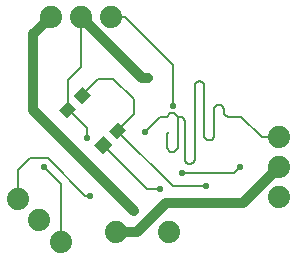
<source format=gbr>
G04 EAGLE Gerber RS-274X export*
G75*
%MOMM*%
%FSLAX34Y34*%
%LPD*%
%INBottom Copper*%
%IPPOS*%
%AMOC8*
5,1,8,0,0,1.08239X$1,22.5*%
G01*
G04 Define Apertures*
%ADD10C,1.879600*%
%ADD11R,1.100000X1.000000*%
%ADD12C,0.200000*%
%ADD13C,0.550000*%
%ADD14C,0.812800*%
%ADD15C,0.800000*%
D10*
X145000Y25000D03*
X100000Y25000D03*
X44600Y207500D03*
X70000Y207500D03*
X95400Y207500D03*
X237500Y105400D03*
X237500Y80000D03*
X237500Y54600D03*
X52961Y17039D03*
X35000Y35000D03*
X17039Y52961D03*
D11*
G36*
X66414Y129343D02*
X58637Y121566D01*
X51566Y128637D01*
X59343Y136414D01*
X66414Y129343D01*
G37*
G36*
X78434Y141363D02*
X70657Y133586D01*
X63586Y140657D01*
X71363Y148434D01*
X78434Y141363D01*
G37*
G36*
X96414Y99343D02*
X88637Y91566D01*
X81566Y98637D01*
X89343Y106414D01*
X96414Y99343D01*
G37*
G36*
X108434Y111363D02*
X100657Y103586D01*
X93586Y110657D01*
X101363Y118434D01*
X108434Y111363D01*
G37*
D12*
X88990Y98990D02*
X125979Y62000D01*
X137000Y62000D01*
D13*
X137000Y62000D03*
D12*
X75000Y112979D02*
X58990Y128990D01*
X75000Y112979D02*
X75000Y105000D01*
D13*
X75000Y105000D03*
D14*
X121500Y156000D02*
X70000Y207500D01*
X121500Y156000D02*
X127000Y156000D01*
D15*
X127000Y156000D03*
D12*
X70000Y165000D02*
X70000Y207500D01*
X70000Y165000D02*
X58990Y153990D01*
X58990Y128990D01*
D14*
X207500Y50000D02*
X237500Y80000D01*
X207500Y50000D02*
X142500Y50000D01*
X117500Y25000D01*
X100000Y25000D01*
X29600Y192500D02*
X44600Y207500D01*
X29600Y192500D02*
X29600Y128400D01*
X115000Y43000D01*
D15*
X115000Y43000D03*
D13*
X78000Y56000D03*
D12*
X74000Y56000D01*
X42456Y87544D01*
X27118Y87544D01*
X17039Y77466D01*
X17039Y52961D01*
D13*
X205000Y80000D03*
X156000Y75000D03*
D12*
X200000Y75000D01*
X205000Y80000D01*
X115000Y125000D02*
X101010Y111010D01*
D13*
X176000Y64000D03*
D12*
X148021Y64000D01*
X101010Y111010D01*
X115000Y125000D02*
X115000Y137500D01*
X97500Y155000D01*
X85000Y155000D01*
X71010Y141010D01*
D13*
X124000Y110000D03*
D12*
X137000Y123000D01*
X143000Y123000D01*
X143000Y96000D02*
X146000Y93000D01*
X149000Y93000D01*
X152000Y96000D01*
X152000Y123000D01*
X146000Y126000D02*
X143000Y123000D01*
X146000Y126000D02*
X149000Y126000D01*
X152000Y123000D01*
X223600Y105400D02*
X237500Y105400D01*
X154000Y123000D02*
X152000Y123000D01*
X154000Y123000D02*
X154127Y122998D01*
X154254Y122992D01*
X154381Y122982D01*
X154507Y122969D01*
X154633Y122951D01*
X154758Y122930D01*
X154882Y122904D01*
X155006Y122875D01*
X155129Y122843D01*
X155251Y122806D01*
X155371Y122766D01*
X155490Y122721D01*
X155608Y122674D01*
X155724Y122622D01*
X155839Y122568D01*
X155952Y122509D01*
X156063Y122447D01*
X156172Y122382D01*
X156279Y122314D01*
X156383Y122242D01*
X156486Y122167D01*
X156586Y122089D01*
X156684Y122008D01*
X156779Y121923D01*
X156872Y121836D01*
X156961Y121747D01*
X157048Y121654D01*
X157133Y121559D01*
X157214Y121461D01*
X157292Y121361D01*
X157367Y121258D01*
X157439Y121154D01*
X157507Y121047D01*
X157572Y120938D01*
X157634Y120827D01*
X157693Y120714D01*
X157747Y120599D01*
X157799Y120483D01*
X157846Y120365D01*
X157891Y120246D01*
X157931Y120126D01*
X157968Y120004D01*
X158000Y119881D01*
X158029Y119757D01*
X158055Y119633D01*
X158076Y119508D01*
X158094Y119382D01*
X158107Y119256D01*
X158117Y119129D01*
X158123Y119002D01*
X158125Y118875D01*
X158125Y87125D01*
X158127Y86998D01*
X158133Y86871D01*
X158143Y86744D01*
X158156Y86618D01*
X158174Y86492D01*
X158195Y86367D01*
X158221Y86243D01*
X158250Y86119D01*
X158282Y85996D01*
X158319Y85874D01*
X158359Y85754D01*
X158404Y85635D01*
X158451Y85517D01*
X158503Y85401D01*
X158557Y85286D01*
X158616Y85173D01*
X158678Y85063D01*
X158743Y84953D01*
X158811Y84846D01*
X158883Y84742D01*
X158958Y84639D01*
X159036Y84539D01*
X159117Y84441D01*
X159202Y84346D01*
X159289Y84253D01*
X159378Y84164D01*
X159471Y84077D01*
X159566Y83992D01*
X159664Y83911D01*
X159764Y83833D01*
X159867Y83758D01*
X159971Y83686D01*
X160078Y83618D01*
X160188Y83553D01*
X160298Y83491D01*
X160411Y83432D01*
X160526Y83378D01*
X160642Y83326D01*
X160760Y83279D01*
X160879Y83234D01*
X160999Y83194D01*
X161121Y83157D01*
X161244Y83125D01*
X161368Y83096D01*
X161492Y83070D01*
X161617Y83049D01*
X161743Y83031D01*
X161869Y83018D01*
X161996Y83008D01*
X162123Y83002D01*
X162250Y83000D01*
X162377Y83002D01*
X162504Y83008D01*
X162631Y83018D01*
X162757Y83031D01*
X162883Y83049D01*
X163008Y83070D01*
X163132Y83096D01*
X163256Y83125D01*
X163379Y83157D01*
X163501Y83194D01*
X163621Y83234D01*
X163740Y83279D01*
X163858Y83326D01*
X163974Y83378D01*
X164089Y83432D01*
X164202Y83491D01*
X164313Y83553D01*
X164422Y83618D01*
X164529Y83686D01*
X164633Y83758D01*
X164736Y83833D01*
X164836Y83911D01*
X164934Y83992D01*
X165029Y84077D01*
X165122Y84164D01*
X165211Y84253D01*
X165298Y84346D01*
X165383Y84441D01*
X165464Y84539D01*
X165542Y84639D01*
X165617Y84742D01*
X165689Y84846D01*
X165757Y84953D01*
X165822Y85062D01*
X165884Y85173D01*
X165943Y85286D01*
X165997Y85401D01*
X166049Y85517D01*
X166096Y85635D01*
X166141Y85754D01*
X166181Y85874D01*
X166218Y85996D01*
X166250Y86119D01*
X166279Y86243D01*
X166305Y86367D01*
X166326Y86492D01*
X166344Y86618D01*
X166357Y86744D01*
X166367Y86871D01*
X166373Y86998D01*
X166375Y87125D01*
X166375Y148875D01*
X166377Y149002D01*
X166383Y149129D01*
X166393Y149256D01*
X166406Y149382D01*
X166424Y149508D01*
X166445Y149633D01*
X166471Y149757D01*
X166500Y149881D01*
X166532Y150004D01*
X166569Y150126D01*
X166609Y150246D01*
X166654Y150365D01*
X166701Y150483D01*
X166753Y150599D01*
X166807Y150714D01*
X166866Y150827D01*
X166928Y150938D01*
X166993Y151047D01*
X167061Y151154D01*
X167133Y151258D01*
X167208Y151361D01*
X167286Y151461D01*
X167367Y151559D01*
X167452Y151654D01*
X167539Y151747D01*
X167628Y151836D01*
X167721Y151923D01*
X167816Y152008D01*
X167914Y152089D01*
X168014Y152167D01*
X168117Y152242D01*
X168221Y152314D01*
X168328Y152382D01*
X168438Y152447D01*
X168548Y152509D01*
X168661Y152568D01*
X168776Y152622D01*
X168892Y152674D01*
X169010Y152721D01*
X169129Y152766D01*
X169249Y152806D01*
X169371Y152843D01*
X169494Y152875D01*
X169618Y152904D01*
X169742Y152930D01*
X169867Y152951D01*
X169993Y152969D01*
X170119Y152982D01*
X170246Y152992D01*
X170373Y152998D01*
X170500Y153000D01*
X170627Y152998D01*
X170754Y152992D01*
X170881Y152982D01*
X171007Y152969D01*
X171133Y152951D01*
X171258Y152930D01*
X171382Y152904D01*
X171506Y152875D01*
X171629Y152843D01*
X171751Y152806D01*
X171871Y152766D01*
X171990Y152721D01*
X172108Y152674D01*
X172224Y152622D01*
X172339Y152568D01*
X172452Y152509D01*
X172563Y152447D01*
X172672Y152382D01*
X172779Y152314D01*
X172883Y152242D01*
X172986Y152167D01*
X173086Y152089D01*
X173184Y152008D01*
X173279Y151923D01*
X173372Y151836D01*
X173461Y151747D01*
X173548Y151654D01*
X173633Y151559D01*
X173714Y151461D01*
X173792Y151361D01*
X173867Y151258D01*
X173939Y151154D01*
X174007Y151047D01*
X174072Y150938D01*
X174134Y150827D01*
X174193Y150714D01*
X174247Y150599D01*
X174299Y150483D01*
X174346Y150365D01*
X174391Y150246D01*
X174431Y150126D01*
X174468Y150004D01*
X174500Y149881D01*
X174529Y149757D01*
X174555Y149633D01*
X174576Y149508D01*
X174594Y149382D01*
X174607Y149256D01*
X174617Y149129D01*
X174623Y149002D01*
X174625Y148875D01*
X174625Y107125D01*
X174627Y106998D01*
X174633Y106871D01*
X174643Y106744D01*
X174656Y106618D01*
X174674Y106492D01*
X174695Y106367D01*
X174721Y106243D01*
X174750Y106119D01*
X174782Y105996D01*
X174819Y105874D01*
X174859Y105754D01*
X174904Y105635D01*
X174951Y105517D01*
X175003Y105401D01*
X175057Y105286D01*
X175116Y105173D01*
X175178Y105063D01*
X175243Y104953D01*
X175311Y104846D01*
X175383Y104742D01*
X175458Y104639D01*
X175536Y104539D01*
X175617Y104441D01*
X175702Y104346D01*
X175789Y104253D01*
X175878Y104164D01*
X175971Y104077D01*
X176066Y103992D01*
X176164Y103911D01*
X176264Y103833D01*
X176367Y103758D01*
X176471Y103686D01*
X176578Y103618D01*
X176688Y103553D01*
X176798Y103491D01*
X176911Y103432D01*
X177026Y103378D01*
X177142Y103326D01*
X177260Y103279D01*
X177379Y103234D01*
X177499Y103194D01*
X177621Y103157D01*
X177744Y103125D01*
X177868Y103096D01*
X177992Y103070D01*
X178117Y103049D01*
X178243Y103031D01*
X178369Y103018D01*
X178496Y103008D01*
X178623Y103002D01*
X178750Y103000D01*
X178877Y103002D01*
X179004Y103008D01*
X179131Y103018D01*
X179257Y103031D01*
X179383Y103049D01*
X179508Y103070D01*
X179632Y103096D01*
X179756Y103125D01*
X179879Y103157D01*
X180001Y103194D01*
X180121Y103234D01*
X180240Y103279D01*
X180358Y103326D01*
X180474Y103378D01*
X180589Y103432D01*
X180702Y103491D01*
X180813Y103553D01*
X180922Y103618D01*
X181029Y103686D01*
X181133Y103758D01*
X181236Y103833D01*
X181336Y103911D01*
X181434Y103992D01*
X181529Y104077D01*
X181622Y104164D01*
X181711Y104253D01*
X181798Y104346D01*
X181883Y104441D01*
X181964Y104539D01*
X182042Y104639D01*
X182117Y104742D01*
X182189Y104846D01*
X182257Y104953D01*
X182322Y105062D01*
X182384Y105173D01*
X182443Y105286D01*
X182497Y105401D01*
X182549Y105517D01*
X182596Y105635D01*
X182641Y105754D01*
X182681Y105874D01*
X182718Y105996D01*
X182750Y106119D01*
X182779Y106243D01*
X182805Y106367D01*
X182826Y106492D01*
X182844Y106618D01*
X182857Y106744D01*
X182867Y106871D01*
X182873Y106998D01*
X182875Y107125D01*
X182875Y128875D01*
X182877Y129002D01*
X182883Y129129D01*
X182893Y129256D01*
X182906Y129382D01*
X182924Y129508D01*
X182945Y129633D01*
X182971Y129757D01*
X183000Y129881D01*
X183032Y130004D01*
X183069Y130126D01*
X183109Y130246D01*
X183154Y130365D01*
X183201Y130483D01*
X183253Y130599D01*
X183307Y130714D01*
X183366Y130827D01*
X183428Y130938D01*
X183493Y131047D01*
X183561Y131154D01*
X183633Y131258D01*
X183708Y131361D01*
X183786Y131461D01*
X183867Y131559D01*
X183952Y131654D01*
X184039Y131747D01*
X184128Y131836D01*
X184221Y131923D01*
X184316Y132008D01*
X184414Y132089D01*
X184514Y132167D01*
X184617Y132242D01*
X184721Y132314D01*
X184828Y132382D01*
X184938Y132447D01*
X185048Y132509D01*
X185161Y132568D01*
X185276Y132622D01*
X185392Y132674D01*
X185510Y132721D01*
X185629Y132766D01*
X185749Y132806D01*
X185871Y132843D01*
X185994Y132875D01*
X186118Y132904D01*
X186242Y132930D01*
X186367Y132951D01*
X186493Y132969D01*
X186619Y132982D01*
X186746Y132992D01*
X186873Y132998D01*
X187000Y133000D01*
X187127Y132998D01*
X187254Y132992D01*
X187381Y132982D01*
X187507Y132969D01*
X187633Y132951D01*
X187758Y132930D01*
X187882Y132904D01*
X188006Y132875D01*
X188129Y132843D01*
X188251Y132806D01*
X188371Y132766D01*
X188490Y132721D01*
X188608Y132674D01*
X188724Y132622D01*
X188839Y132568D01*
X188952Y132509D01*
X189063Y132447D01*
X189172Y132382D01*
X189279Y132314D01*
X189383Y132242D01*
X189486Y132167D01*
X189586Y132089D01*
X189684Y132008D01*
X189779Y131923D01*
X189872Y131836D01*
X189961Y131747D01*
X190048Y131654D01*
X190133Y131559D01*
X190214Y131461D01*
X190292Y131361D01*
X190367Y131258D01*
X190439Y131154D01*
X190507Y131047D01*
X190572Y130938D01*
X190634Y130827D01*
X190693Y130714D01*
X190747Y130599D01*
X190799Y130483D01*
X190846Y130365D01*
X190891Y130246D01*
X190931Y130126D01*
X190968Y130004D01*
X191000Y129881D01*
X191029Y129757D01*
X191055Y129633D01*
X191076Y129508D01*
X191094Y129382D01*
X191107Y129256D01*
X191117Y129129D01*
X191123Y129002D01*
X191125Y128875D01*
X191125Y127125D01*
X191127Y126998D01*
X191133Y126871D01*
X191143Y126744D01*
X191156Y126618D01*
X191174Y126492D01*
X191195Y126367D01*
X191221Y126243D01*
X191250Y126119D01*
X191282Y125996D01*
X191319Y125874D01*
X191359Y125754D01*
X191404Y125635D01*
X191451Y125517D01*
X191503Y125401D01*
X191557Y125286D01*
X191616Y125173D01*
X191678Y125063D01*
X191743Y124953D01*
X191811Y124846D01*
X191883Y124742D01*
X191958Y124639D01*
X192036Y124539D01*
X192117Y124441D01*
X192202Y124346D01*
X192289Y124253D01*
X192378Y124164D01*
X192471Y124077D01*
X192566Y123992D01*
X192664Y123911D01*
X192764Y123833D01*
X192867Y123758D01*
X192971Y123686D01*
X193078Y123618D01*
X193188Y123553D01*
X193298Y123491D01*
X193411Y123432D01*
X193526Y123378D01*
X193642Y123326D01*
X193760Y123279D01*
X193879Y123234D01*
X193999Y123194D01*
X194121Y123157D01*
X194244Y123125D01*
X194368Y123096D01*
X194492Y123070D01*
X194617Y123049D01*
X194743Y123031D01*
X194869Y123018D01*
X194996Y123008D01*
X195123Y123002D01*
X195250Y123000D01*
X206000Y123000D01*
X223600Y105400D01*
X143000Y108000D02*
X143000Y96000D01*
X143000Y108000D02*
X145000Y110000D01*
X52961Y66040D02*
X52961Y17039D01*
X52961Y66040D02*
X39000Y80000D01*
D13*
X39000Y80000D03*
X148000Y132000D03*
D12*
X148000Y167000D01*
X107500Y207500D01*
X95400Y207500D01*
M02*

</source>
